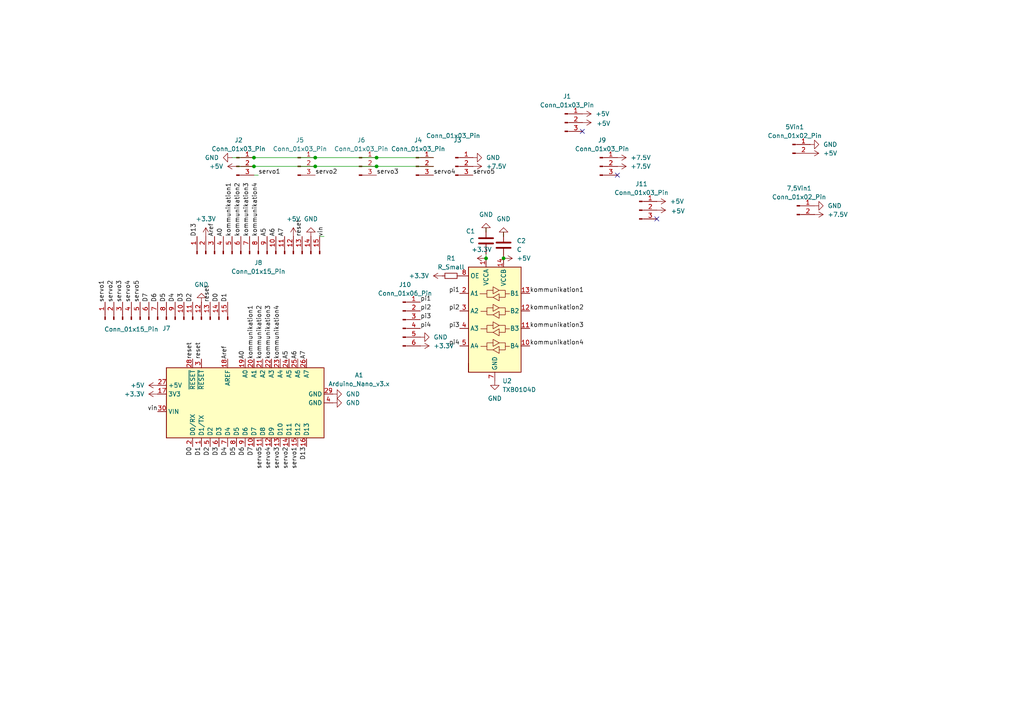
<source format=kicad_sch>
(kicad_sch (version 20231120) (generator "eeschema") (generator_version "8.0")
  (paper "A4")
  (lib_symbols
    (symbol "Connector:Conn_01x02_Pin" (pin_names (offset 1.016) hide)
      (property "Reference" "J" (at 0 2.54 0))
      (property "Value" "Conn_01x02_Pin" (at 0 -5.08 0))
      (symbol "Conn_01x02_Pin_1_1"
        (polyline (pts (xy 1.27 -2.54) (xy 0.8636 -2.54)) (stroke (width 0.1524)))
        (polyline (pts (xy 1.27 0) (xy 0.8636 0)) (stroke (width 0.1524)))
        (rectangle (start 0.8636 -2.413) (end 0 -2.667) (stroke (width 0.1524)) (fill (type outline)))
        (rectangle (start 0.8636 0.127) (end 0 -0.127) (stroke (width 0.1524)) (fill (type outline)))
        (pin passive line (at 5.08 0 180) (length 3.81) (name "Pin_1") (number "1"))
        (pin passive line (at 5.08 -2.54 180) (length 3.81) (name "Pin_2") (number "2"))
      )
    )
    (symbol "Connector:Conn_01x03_Pin" (pin_names (offset 1.016) hide)
      (property "Reference" "J" (at 0 5.08 0))
      (property "Value" "Conn_01x03_Pin" (at 0 -5.08 0))
      (symbol "Conn_01x03_Pin_1_1"
        (polyline (pts (xy 1.27 -2.54) (xy 0.8636 -2.54)) (stroke (width 0.1524)))
        (polyline (pts (xy 1.27 0) (xy 0.8636 0)) (stroke (width 0.1524)))
        (polyline (pts (xy 1.27 2.54) (xy 0.8636 2.54)) (stroke (width 0.1524)))
        (rectangle (start 0.8636 -2.413) (end 0 -2.667) (stroke (width 0.1524)) (fill (type outline)))
        (rectangle (start 0.8636 0.127) (end 0 -0.127) (stroke (width 0.1524)) (fill (type outline)))
        (rectangle (start 0.8636 2.667) (end 0 2.413) (stroke (width 0.1524)) (fill (type outline)))
        (pin passive line (at 5.08 2.54 180) (length 3.81) (name "Pin_1") (number "1"))
        (pin passive line (at 5.08 0 180) (length 3.81) (name "Pin_2") (number "2"))
        (pin passive line (at 5.08 -2.54 180) (length 3.81) (name "Pin_3") (number "3"))
      )
    )
    (symbol "Connector:Conn_01x06_Pin" (pin_names (offset 1.016) hide)
      (property "Reference" "J" (at 0 7.62 0))
      (property "Value" "Conn_01x06_Pin" (at 0 -10.16 0))
      (symbol "Conn_01x06_Pin_1_1"
        (polyline (pts (xy 1.27 -7.62) (xy 0.8636 -7.62)) (stroke (width 0.1524)))
        (polyline (pts (xy 1.27 -5.08) (xy 0.8636 -5.08)) (stroke (width 0.1524)))
        (polyline (pts (xy 1.27 -2.54) (xy 0.8636 -2.54)) (stroke (width 0.1524)))
        (polyline (pts (xy 1.27 0) (xy 0.8636 0)) (stroke (width 0.1524)))
        (polyline (pts (xy 1.27 2.54) (xy 0.8636 2.54)) (stroke (width 0.1524)))
        (polyline (pts (xy 1.27 5.08) (xy 0.8636 5.08)) (stroke (width 0.1524)))
        (rectangle (start 0.8636 -7.493) (end 0 -7.747) (stroke (width 0.1524)) (fill (type outline)))
        (rectangle (start 0.8636 -4.953) (end 0 -5.207) (stroke (width 0.1524)) (fill (type outline)))
        (rectangle (start 0.8636 -2.413) (end 0 -2.667) (stroke (width 0.1524)) (fill (type outline)))
        (rectangle (start 0.8636 0.127) (end 0 -0.127) (stroke (width 0.1524)) (fill (type outline)))
        (rectangle (start 0.8636 2.667) (end 0 2.413) (stroke (width 0.1524)) (fill (type outline)))
        (rectangle (start 0.8636 5.207) (end 0 4.953) (stroke (width 0.1524)) (fill (type outline)))
        (pin passive line (at 5.08 5.08 180) (length 3.81) (name "Pin_1") (number "1"))
        (pin passive line (at 5.08 2.54 180) (length 3.81) (name "Pin_2") (number "2"))
        (pin passive line (at 5.08 0 180) (length 3.81) (name "Pin_3") (number "3"))
        (pin passive line (at 5.08 -2.54 180) (length 3.81) (name "Pin_4") (number "4"))
        (pin passive line (at 5.08 -5.08 180) (length 3.81) (name "Pin_5") (number "5"))
        (pin passive line (at 5.08 -7.62 180) (length 3.81) (name "Pin_6") (number "6"))
      )
    )
    (symbol "Connector:Conn_01x15_Pin" (pin_names (offset 1.016) hide)
      (property "Reference" "J" (at 0 20.32 0))
      (property "Value" "Conn_01x15_Pin" (at 0 -20.32 0))
      (symbol "Conn_01x15_Pin_1_1"
        (polyline (pts (xy 1.27 -17.78) (xy 0.8636 -17.78)) (stroke (width 0.1524)))
        (polyline (pts (xy 1.27 -15.24) (xy 0.8636 -15.24)) (stroke (width 0.1524)))
        (polyline (pts (xy 1.27 -12.7) (xy 0.8636 -12.7)) (stroke (width 0.1524)))
        (polyline (pts (xy 1.27 -10.16) (xy 0.8636 -10.16)) (stroke (width 0.1524)))
        (polyline (pts (xy 1.27 -7.62) (xy 0.8636 -7.62)) (stroke (width 0.1524)))
        (polyline (pts (xy 1.27 -5.08) (xy 0.8636 -5.08)) (stroke (width 0.1524)))
        (polyline (pts (xy 1.27 -2.54) (xy 0.8636 -2.54)) (stroke (width 0.1524)))
        (polyline (pts (xy 1.27 0) (xy 0.8636 0)) (stroke (width 0.1524)))
        (polyline (pts (xy 1.27 2.54) (xy 0.8636 2.54)) (stroke (width 0.1524)))
        (polyline (pts (xy 1.27 5.08) (xy 0.8636 5.08)) (stroke (width 0.1524)))
        (polyline (pts (xy 1.27 7.62) (xy 0.8636 7.62)) (stroke (width 0.1524)))
        (polyline (pts (xy 1.27 10.16) (xy 0.8636 10.16)) (stroke (width 0.1524)))
        (polyline (pts (xy 1.27 12.7) (xy 0.8636 12.7)) (stroke (width 0.1524)))
        (polyline (pts (xy 1.27 15.24) (xy 0.8636 15.24)) (stroke (width 0.1524)))
        (polyline (pts (xy 1.27 17.78) (xy 0.8636 17.78)) (stroke (width 0.1524)))
        (rectangle (start 0.8636 -17.653) (end 0 -17.907) (stroke (width 0.1524)) (fill (type outline)))
        (rectangle (start 0.8636 -15.113) (end 0 -15.367) (stroke (width 0.1524)) (fill (type outline)))
        (rectangle (start 0.8636 -12.573) (end 0 -12.827) (stroke (width 0.1524)) (fill (type outline)))
        (rectangle (start 0.8636 -10.033) (end 0 -10.287) (stroke (width 0.1524)) (fill (type outline)))
        (rectangle (start 0.8636 -7.493) (end 0 -7.747) (stroke (width 0.1524)) (fill (type outline)))
        (rectangle (start 0.8636 -4.953) (end 0 -5.207) (stroke (width 0.1524)) (fill (type outline)))
        (rectangle (start 0.8636 -2.413) (end 0 -2.667) (stroke (width 0.1524)) (fill (type outline)))
        (rectangle (start 0.8636 0.127) (end 0 -0.127) (stroke (width 0.1524)) (fill (type outline)))
        (rectangle (start 0.8636 2.667) (end 0 2.413) (stroke (width 0.1524)) (fill (type outline)))
        (rectangle (start 0.8636 5.207) (end 0 4.953) (stroke (width 0.1524)) (fill (type outline)))
        (rectangle (start 0.8636 7.747) (end 0 7.493) (stroke (width 0.1524)) (fill (type outline)))
        (rectangle (start 0.8636 10.287) (end 0 10.033) (stroke (width 0.1524)) (fill (type outline)))
        (rectangle (start 0.8636 12.827) (end 0 12.573) (stroke (width 0.1524)) (fill (type outline)))
        (rectangle (start 0.8636 15.367) (end 0 15.113) (stroke (width 0.1524)) (fill (type outline)))
        (rectangle (start 0.8636 17.907) (end 0 17.653) (stroke (width 0.1524)) (fill (type outline)))
        (pin passive line (at 5.08 17.78 180) (length 3.81) (name "Pin_1") (number "1"))
        (pin passive line (at 5.08 -5.08 180) (length 3.81) (name "Pin_10") (number "10"))
        (pin passive line (at 5.08 -7.62 180) (length 3.81) (name "Pin_11") (number "11"))
        (pin passive line (at 5.08 -10.16 180) (length 3.81) (name "Pin_12") (number "12"))
        (pin passive line (at 5.08 -12.7 180) (length 3.81) (name "Pin_13") (number "13"))
        (pin passive line (at 5.08 -15.24 180) (length 3.81) (name "Pin_14") (number "14"))
        (pin passive line (at 5.08 -17.78 180) (length 3.81) (name "Pin_15") (number "15"))
        (pin passive line (at 5.08 15.24 180) (length 3.81) (name "Pin_2") (number "2"))
        (pin passive line (at 5.08 12.7 180) (length 3.81) (name "Pin_3") (number "3"))
        (pin passive line (at 5.08 10.16 180) (length 3.81) (name "Pin_4") (number "4"))
        (pin passive line (at 5.08 7.62 180) (length 3.81) (name "Pin_5") (number "5"))
        (pin passive line (at 5.08 5.08 180) (length 3.81) (name "Pin_6") (number "6"))
        (pin passive line (at 5.08 2.54 180) (length 3.81) (name "Pin_7") (number "7"))
        (pin passive line (at 5.08 0 180) (length 3.81) (name "Pin_8") (number "8"))
        (pin passive line (at 5.08 -2.54 180) (length 3.81) (name "Pin_9") (number "9"))
      )
    )
    (symbol "Device:C" (pin_numbers hide) (pin_names (offset 0.254))
      (property "Reference" "C" (at 0.635 2.54 0))
      (property "Value" "C" (at 0.635 -2.54 0))
      (symbol "C_0_1"
        (polyline (pts (xy -2.032 -0.762) (xy 2.032 -0.762)) (stroke (width 0.508)))
        (polyline (pts (xy -2.032 0.762) (xy 2.032 0.762)) (stroke (width 0.508)))
      )
      (symbol "C_1_1"
        (pin passive line (at 0 3.81 270) (length 2.794) (name "~") (number "1"))
        (pin passive line (at 0 -3.81 90) (length 2.794) (name "~") (number "2"))
      )
    )
    (symbol "Device:R_Small" (pin_numbers hide) (pin_names (offset 0.254) hide)
      (property "Reference" "R" (at 0.762 0.508 0))
      (property "Value" "R_Small" (at 0.762 -1.016 0))
      (symbol "R_Small_0_1"
        (rectangle (start -0.762 1.778) (end 0.762 -1.778) (stroke (width 0.2032)))
      )
      (symbol "R_Small_1_1"
        (pin passive line (at 0 2.54 270) (length 0.762) (name "~") (number "1"))
        (pin passive line (at 0 -2.54 90) (length 0.762) (name "~") (number "2"))
      )
    )
    (symbol "Logic_LevelTranslator:TXB0104D"
      (property "Reference" "U" (at -6.35 16.51 0))
      (property "Value" "TXB0104D" (at 3.81 16.51 0))
      (symbol "TXB0104D_0_1"
        (rectangle (start -7.62 -15.24) (end -7.62 -12.7) (stroke (width 0.254)))
        (rectangle (start -7.62 15.24) (end 7.62 -15.24) (stroke (width 0.254)) (fill (type background)))
        (polyline (pts (xy -2.286 -7.747) (xy -2.286 -6.731) (xy -0.508 -6.731)))
        (polyline (pts (xy -2.286 -2.667) (xy -2.286 -1.651) (xy -0.508 -1.651)))
        (polyline (pts (xy -2.286 2.413) (xy -2.286 3.429) (xy -0.508 3.429)))
        (polyline (pts (xy -2.286 7.493) (xy -2.286 8.509) (xy -0.508 8.509)))
        (polyline (pts (xy 3.048 -7.747) (xy 3.048 -8.763) (xy 1.27 -8.763)))
        (polyline (pts (xy 3.048 -2.667) (xy 3.048 -3.683) (xy 1.27 -3.683)))
        (polyline (pts (xy 3.048 2.413) (xy 3.048 1.397) (xy 1.27 1.397)))
        (polyline (pts (xy 3.048 7.493) (xy 3.048 6.477) (xy 1.27 6.477)))
        (polyline (pts (xy -0.508 -8.763) (xy -2.286 -8.763) (xy -2.286 -7.747) (xy -4.064 -7.747)))
        (polyline (pts (xy -0.508 -8.763) (xy 1.27 -7.747) (xy 1.27 -9.779) (xy -0.508 -8.763)))
        (polyline (pts (xy -0.508 -3.683) (xy -2.286 -3.683) (xy -2.286 -2.667) (xy -4.064 -2.667)))
        (polyline (pts (xy -0.508 -3.683) (xy 1.27 -2.667) (xy 1.27 -4.699) (xy -0.508 -3.683)))
        (polyline (pts (xy -0.508 1.397) (xy -2.286 1.397) (xy -2.286 2.413) (xy -4.064 2.413)))
        (polyline (pts (xy -0.508 1.397) (xy 1.27 2.413) (xy 1.27 0.381) (xy -0.508 1.397)))
        (polyline (pts (xy -0.508 6.477) (xy -2.286 6.477) (xy -2.286 7.493) (xy -4.318 7.493)))
        (polyline (pts (xy -0.508 6.477) (xy 1.27 7.493) (xy 1.27 5.461) (xy -0.508 6.477)))
        (polyline (pts (xy 1.27 -6.731) (xy -0.508 -7.747) (xy -0.508 -5.715) (xy 1.27 -6.731)))
        (polyline (pts (xy 1.27 -6.731) (xy 3.048 -6.731) (xy 3.048 -7.747) (xy 4.318 -7.747)))
        (polyline (pts (xy 1.27 -1.651) (xy -0.508 -2.667) (xy -0.508 -0.635) (xy 1.27 -1.651)))
        (polyline (pts (xy 1.27 -1.651) (xy 3.048 -1.651) (xy 3.048 -2.667) (xy 4.318 -2.667)))
        (polyline (pts (xy 1.27 3.429) (xy -0.508 2.413) (xy -0.508 4.445) (xy 1.27 3.429)))
        (polyline (pts (xy 1.27 3.429) (xy 3.048 3.429) (xy 3.048 2.413) (xy 4.318 2.413)))
        (polyline (pts (xy 1.27 8.509) (xy -0.508 7.493) (xy -0.508 9.525) (xy 1.27 8.509)))
        (polyline (pts (xy 1.27 8.509) (xy 3.048 8.509) (xy 3.048 7.493) (xy 4.318 7.493)))
      )
      (symbol "TXB0104D_1_1"
        (pin power_in line (at -2.54 17.78 270) (length 2.54) (name "VCCA") (number "1"))
        (pin bidirectional line (at 10.16 -7.62 180) (length 2.54) (name "B4") (number "10"))
        (pin bidirectional line (at 10.16 -2.54 180) (length 2.54) (name "B3") (number "11"))
        (pin bidirectional line (at 10.16 2.54 180) (length 2.54) (name "B2") (number "12"))
        (pin bidirectional line (at 10.16 7.62 180) (length 2.54) (name "B1") (number "13"))
        (pin power_in line (at 2.54 17.78 270) (length 2.54) (name "VCCB") (number "14"))
        (pin bidirectional line (at -10.16 7.62 0) (length 2.54) (name "A1") (number "2"))
        (pin bidirectional line (at -10.16 2.54 0) (length 2.54) (name "A2") (number "3"))
        (pin bidirectional line (at -10.16 -2.54 0) (length 2.54) (name "A3") (number "4"))
        (pin bidirectional line (at -10.16 -7.62 0) (length 2.54) (name "A4") (number "5"))
        (pin no_connect line (at -7.62 -12.7 0) (length 2.54) hide (name "NC") (number "6"))
        (pin power_in line (at 0 -17.78 90) (length 2.54) (name "GND") (number "7"))
        (pin input line (at -10.16 12.7 0) (length 2.54) (name "OE") (number "8"))
        (pin no_connect line (at 7.62 -12.7 180) (length 2.54) hide (name "NC") (number "9"))
      )
    )
    (symbol "MCU_Module:Arduino_Nano_v3.x"
      (property "Reference" "A" (at -10.16 23.495 0))
      (property "Value" "Arduino_Nano_v3.x" (at 5.08 -24.13 0))
      (symbol "Arduino_Nano_v3.x_0_1"
        (rectangle (start -10.16 22.86) (end 10.16 -22.86) (stroke (width 0.254)) (fill (type background)))
      )
      (symbol "Arduino_Nano_v3.x_1_1"
        (pin bidirectional line (at -12.7 12.7 0) (length 2.54) (name "D1/TX") (number "1"))
        (pin bidirectional line (at -12.7 -2.54 0) (length 2.54) (name "D7") (number "10"))
        (pin bidirectional line (at -12.7 -5.08 0) (length 2.54) (name "D8") (number "11"))
        (pin bidirectional line (at -12.7 -7.62 0) (length 2.54) (name "D9") (number "12"))
        (pin bidirectional line (at -12.7 -10.16 0) (length 2.54) (name "D10") (number "13"))
        (pin bidirectional line (at -12.7 -12.7 0) (length 2.54) (name "D11") (number "14"))
        (pin bidirectional line (at -12.7 -15.24 0) (length 2.54) (name "D12") (number "15"))
        (pin bidirectional line (at -12.7 -17.78 0) (length 2.54) (name "D13") (number "16"))
        (pin power_out line (at 2.54 25.4 270) (length 2.54) (name "3V3") (number "17"))
        (pin input line (at 12.7 5.08 180) (length 2.54) (name "AREF") (number "18"))
        (pin bidirectional line (at 12.7 0 180) (length 2.54) (name "A0") (number "19"))
        (pin bidirectional line (at -12.7 15.24 0) (length 2.54) (name "D0/RX") (number "2"))
        (pin bidirectional line (at 12.7 -2.54 180) (length 2.54) (name "A1") (number "20"))
        (pin bidirectional line (at 12.7 -5.08 180) (length 2.54) (name "A2") (number "21"))
        (pin bidirectional line (at 12.7 -7.62 180) (length 2.54) (name "A3") (number "22"))
        (pin bidirectional line (at 12.7 -10.16 180) (length 2.54) (name "A4") (number "23"))
        (pin bidirectional line (at 12.7 -12.7 180) (length 2.54) (name "A5") (number "24"))
        (pin bidirectional line (at 12.7 -15.24 180) (length 2.54) (name "A6") (number "25"))
        (pin bidirectional line (at 12.7 -17.78 180) (length 2.54) (name "A7") (number "26"))
        (pin power_out line (at 5.08 25.4 270) (length 2.54) (name "+5V") (number "27"))
        (pin input line (at 12.7 15.24 180) (length 2.54) (name "~{RESET}") (number "28"))
        (pin power_in line (at 2.54 -25.4 90) (length 2.54) (name "GND") (number "29"))
        (pin input line (at 12.7 12.7 180) (length 2.54) (name "~{RESET}") (number "3"))
        (pin power_in line (at -2.54 25.4 270) (length 2.54) (name "VIN") (number "30"))
        (pin power_in line (at 0 -25.4 90) (length 2.54) (name "GND") (number "4"))
        (pin bidirectional line (at -12.7 10.16 0) (length 2.54) (name "D2") (number "5"))
        (pin bidirectional line (at -12.7 7.62 0) (length 2.54) (name "D3") (number "6"))
        (pin bidirectional line (at -12.7 5.08 0) (length 2.54) (name "D4") (number "7"))
        (pin bidirectional line (at -12.7 2.54 0) (length 2.54) (name "D5") (number "8"))
        (pin bidirectional line (at -12.7 0 0) (length 2.54) (name "D6") (number "9"))
      )
    )
    (symbol "power:+3.3V" (power) (pin_numbers hide) (pin_names (offset 0) hide)
      (property "Value" "+3.3V" (at 0 3.556 0))
      (symbol "+3.3V_0_1"
        (polyline (pts (xy -0.762 1.27) (xy 0 2.54)))
        (polyline (pts (xy 0 0) (xy 0 2.54)))
        (polyline (pts (xy 0 2.54) (xy 0.762 1.27)))
      )
      (symbol "+3.3V_1_1"
        (pin power_in line (at 0 0 90) (length 0) (name "~") (number "1"))
      )
    )
    (symbol "power:+5V" (power) (pin_numbers hide) (pin_names (offset 0) hide)
      (property "Value" "+5V" (at 0 3.556 0))
      (symbol "+5V_0_1"
        (polyline (pts (xy -0.762 1.27) (xy 0 2.54)))
        (polyline (pts (xy 0 0) (xy 0 2.54)))
        (polyline (pts (xy 0 2.54) (xy 0.762 1.27)))
      )
      (symbol "+5V_1_1"
        (pin power_in line (at 0 0 90) (length 0) (name "~") (number "1"))
      )
    )
    (symbol "power:+7.5V" (power) (pin_numbers hide) (pin_names (offset 0) hide)
      (property "Value" "+7.5V" (at 0 3.556 0))
      (symbol "+7.5V_0_1"
        (polyline (pts (xy -0.762 1.27) (xy 0 2.54)))
        (polyline (pts (xy 0 0) (xy 0 2.54)))
        (polyline (pts (xy 0 2.54) (xy 0.762 1.27)))
      )
      (symbol "+7.5V_1_1"
        (pin power_in line (at 0 0 90) (length 0) (name "~") (number "1"))
      )
    )
    (symbol "power:GND" (power) (pin_numbers hide) (pin_names (offset 0) hide)
      (property "Value" "GND" (at 0 -3.81 0))
      (symbol "GND_0_1"
        (polyline (pts (xy 0 0) (xy 0 -1.27) (xy 1.27 -1.27) (xy 0 -2.54) (xy -1.27 -1.27) (xy 0 -1.27)))
      )
      (symbol "GND_1_1"
        (pin power_in line (at 0 0 270) (length 0) (name "~") (number "1"))
      )
    )
  )
  (junction (at 109.22 45.72))
  (junction (at 73.66 45.72))
  (junction (at 140.97 74.93))
  (junction (at 73.66 48.26))
  (junction (at 109.22 48.26))
  (junction (at 146.05 74.93))
  (junction (at 91.44 48.26))
  (junction (at 91.44 45.72))
  (no_connect (at 168.91 38.1))
  (no_connect (at 190.5 63.5))
  (no_connect (at 179.07 50.8))
  (wire (pts (xy 67.31 45.72) (xy 73.66 45.72)))
  (wire (pts (xy 146.05 67.31) (xy 146.05 68.58)))
  (wire (pts (xy 140.97 73.66) (xy 140.97 74.93)))
  (wire (pts (xy 91.44 48.26) (xy 109.22 48.26)))
  (wire (pts (xy 140.97 66.04) (xy 140.97 67.31)))
  (wire (pts (xy 68.58 48.26) (xy 73.66 48.26)))
  (wire (pts (xy 93.98 68.58) (xy 92.71 68.58)))
  (wire (pts (xy 73.66 45.72) (xy 91.44 45.72)))
  (wire (pts (xy 91.44 45.72) (xy 109.22 45.72)))
  (wire (pts (xy 109.22 48.26) (xy 125.73 48.26)))
  (wire (pts (xy 109.22 45.72) (xy 125.73 45.72)))
  (wire (pts (xy 73.66 48.26) (xy 91.44 48.26)))
  (wire (pts (xy 73.66 50.8) (xy 74.93 50.8)))
  (label "A6" (at 86.36 104.14 90))
  (label "pi4" (at 133.35 100.33 180))
  (label "kommunikation1" (at 153.67 85.09 0))
  (label "kommunikation4" (at 74.93 68.58 90))
  (label "D3" (at 63.5 129.54 270))
  (label "servo5" (at 40.64 87.63 90))
  (label "D3" (at 53.34 87.63 90))
  (label "D0" (at 55.88 129.54 270))
  (label "Aref" (at 66.04 104.14 90))
  (label "A5" (at 77.47 68.58 90))
  (label "Aref" (at 62.23 68.58 90))
  (label "kommunikation3" (at 72.39 68.58 90))
  (label "pi3" (at 121.92 92.71 0))
  (label "kommunikation2" (at 153.67 90.17 0))
  (label "kommunikation2" (at 69.85 68.58 90))
  (label "D1" (at 66.04 87.63 90))
  (label "D0" (at 63.5 87.63 90))
  (label "reset" (at 55.88 104.14 90))
  (label "servo4" (at 38.1 87.63 90))
  (label "kommunikation4" (at 153.67 100.33 0))
  (label "reset" (at 58.42 104.14 90))
  (label "servo4" (at 78.74 129.54 270))
  (label "D2" (at 60.96 129.54 270))
  (label "servo1" (at 30.48 87.63 90))
  (label "pi1" (at 121.92 87.63 0))
  (label "kommunikation1" (at 73.66 104.14 90))
  (label "A6" (at 80.01 68.58 90))
  (label "servo2" (at 33.02 87.63 90))
  (label "servo3" (at 35.56 87.63 90))
  (label "pi4" (at 121.92 95.25 0))
  (label "servo1" (at 74.93 50.8 0))
  (label "D7" (at 43.18 87.63 90))
  (label "servo2" (at 83.82 129.54 270))
  (label "D13" (at 57.15 68.58 90))
  (label "servo1" (at 86.36 129.54 270))
  (label "kommunikation3" (at 78.74 104.14 90))
  (label "A7" (at 88.9 104.14 90))
  (label "kommunikation1" (at 67.31 68.58 90))
  (label "D6" (at 45.72 87.63 90))
  (label "vin" (at 45.72 119.38 180))
  (label "D5" (at 68.58 129.54 270))
  (label "D5" (at 48.26 87.63 90))
  (label "kommunikation3" (at 153.67 95.25 0))
  (label "A0" (at 71.12 104.14 90))
  (label "D2" (at 55.88 87.63 90))
  (label "D7" (at 73.66 129.54 270))
  (label "kommunikation4" (at 81.28 104.14 90))
  (label "servo5" (at 137.16 50.8 0))
  (label "D1" (at 58.42 129.54 270))
  (label "pi1" (at 133.35 85.09 180))
  (label "servo3" (at 81.28 129.54 270))
  (label "kommunikation2" (at 76.2 104.14 90))
  (label "reset" (at 60.96 87.63 90))
  (label "D6" (at 71.12 129.54 270))
  (label "pi3" (at 133.35 95.25 180))
  (label "A7" (at 82.55 68.58 90))
  (label "servo3" (at 109.22 50.8 0))
  (label "servo2" (at 91.44 50.8 0))
  (label "D13" (at 88.9 129.54 270))
  (label "D4" (at 66.04 129.54 270))
  (label "D4" (at 50.8 87.63 90))
  (label "A5" (at 83.82 104.14 90))
  (label "pi2" (at 133.35 90.17 180))
  (label "servo5" (at 76.2 129.54 270))
  (label "reset" (at 87.63 68.58 90))
  (label "servo4" (at 125.73 50.8 0))
  (label "A0" (at 64.77 68.58 90))
  (label "pi2" (at 121.92 90.17 0))
  (label "vin" (at 93.98 68.58 90))
  (symbol (lib_id "power:+5V") (at 85.09 68.58 0) (unit 1)
    (property "Reference" "#PWR015" (effects (hide yes)))
    (property "Value" "+5V" (at 85.09 63.5 0))
    (property "Description" "Power symbol creates a global label with name \"+5V\"" (effects (hide yes)))
  )
  (symbol (lib_id "power:+5V") (at 168.91 33.02 270) (unit 1)
    (property "Reference" "#PWR032" (effects (hide yes)))
    (property "Value" "+5V" (at 172.72 33.0199 90) (effects (justify left)))
    (property "Description" "Power symbol creates a global label with name \"+5V\"" (effects (hide yes)))
  )
  (symbol (lib_id "Connector:Conn_01x15_Pin") (at 74.93 73.66 90) (unit 1)
    (property "Reference" "J8" (at 74.93 76.2 90))
    (property "Value" "Conn_01x15_Pin" (at 74.93 78.74 90))
    (property "Footprint" "Connector_PinSocket_2.54mm:PinSocket_1x15_P2.54mm_Vertical" (effects (hide yes)))
    (property "Description" "Generic connector, single row, 01x15, script generated" (effects (hide yes)))
  )
  (symbol (lib_id "power:+7.5V") (at 236.22 62.23 270) (unit 1)
    (property "Reference" "#PWR043" (effects (hide yes)))
    (property "Value" "+7.5V" (at 240.03 62.2299 90) (effects (justify left)))
    (property "Description" "Power symbol creates a global label with name \"+7.5V\"" (effects (hide yes)))
  )
  (symbol (lib_id "power:+5V") (at 146.05 74.93 270) (unit 1)
    (property "Reference" "#PWR04" (effects (hide yes)))
    (property "Value" "+5V" (at 149.86 74.9299 90) (effects (justify left)))
    (property "Description" "Power symbol creates a global label with name \"+5V\"" (effects (hide yes)))
  )
  (symbol (lib_id "MCU_Module:Arduino_Nano_v3.x") (at 71.12 116.84 90) (unit 1)
    (property "Reference" "A1" (at 104.14 108.8038 90))
    (property "Value" "Arduino_Nano_v3.x" (at 104.14 111.3438 90))
    (property "Footprint" "Module:Arduino_Nano" (effects (hide yes)))
    (property "Datasheet" "http://www.mouser.com/pdfdocs/Gravitech_Arduino_Nano3_0.pdf" (effects (hide yes)))
    (property "Description" "Arduino Nano v3.x" (effects (hide yes)))
  )
  (symbol (lib_id "power:GND") (at 140.97 67.31 180) (unit 1)
    (property "Reference" "#PWR07" (effects (hide yes)))
    (property "Value" "GND" (at 140.97 62.23 0))
    (property "Description" "Power symbol creates a global label with name \"GND\" , ground" (effects (hide yes)))
  )
  (symbol (lib_id "power:GND") (at 143.51 110.49 0) (unit 1)
    (property "Reference" "#PWR06" (effects (hide yes)))
    (property "Value" "GND" (at 143.51 115.57 0))
    (property "Description" "Power symbol creates a global label with name \"GND\" , ground" (effects (hide yes)))
  )
  (symbol (lib_id "power:GND") (at 96.52 116.84 90) (unit 1)
    (property "Reference" "#PWR03" (effects (hide yes)))
    (property "Value" "GND" (at 100.33 116.8399 90) (effects (justify right)))
    (property "Description" "Power symbol creates a global label with name \"GND\" , ground" (effects (hide yes)))
  )
  (symbol (lib_id "power:+7.5V") (at 179.07 45.72 270) (unit 1)
    (property "Reference" "#PWR033" (effects (hide yes)))
    (property "Value" "+7.5V" (at 182.88 45.7199 90) (effects (justify left)))
    (property "Description" "Power symbol creates a global label with name \"+7.5V\"" (effects (hide yes)))
  )
  (symbol (lib_id "power:GND") (at 90.17 68.58 180) (unit 1)
    (property "Reference" "#PWR01" (effects (hide yes)))
    (property "Value" "GND" (at 90.17 63.5 0))
    (property "Description" "Power symbol creates a global label with name \"GND\" , ground" (effects (hide yes)))
  )
  (symbol (lib_id "Connector:Conn_01x03_Pin") (at 163.83 35.56 0) (unit 1)
    (property "Reference" "J1" (at 164.465 27.94 0))
    (property "Value" "Conn_01x03_Pin" (at 164.465 30.48 0))
    (property "Footprint" "100SP1T1B1M1QEH:SW_100SP1T1B1M1QEH" (effects (hide yes)))
    (property "Description" "Generic connector, single row, 01x03, script generated" (effects (hide yes)))
  )
  (symbol (lib_id "Connector:Conn_01x02_Pin") (at 229.87 41.91 0) (unit 1)
    (property "Reference" "5Vin1" (at 230.505 36.83 0))
    (property "Value" "Conn_01x02_Pin" (at 230.505 39.37 0))
    (property "Footprint" "Connector_Molex:Molex_Micro-Fit_3.0_43650-0215_1x02_P3.00mm_Vertical" (effects (hide yes)))
    (property "Description" "Generic connector, single row, 01x02, script generated" (effects (hide yes)))
  )
  (symbol (lib_id "Device:R_Small") (at 130.81 80.01 90) (unit 1)
    (property "Reference" "R1" (at 130.81 74.93 90))
    (property "Value" "R_Small" (at 130.81 77.47 90))
    (property "Footprint" "Resistor_SMD:R_0805_2012Metric_Pad1.20x1.40mm_HandSolder" (effects (hide yes)))
    (property "Description" "Resistor, small symbol" (effects (hide yes)))
  )
  (symbol (lib_id "power:+5V") (at 234.95 44.45 270) (unit 1)
    (property "Reference" "#PWR041" (effects (hide yes)))
    (property "Value" "+5V" (at 238.76 44.4499 90) (effects (justify left)))
    (property "Description" "Power symbol creates a global label with name \"+5V\"" (effects (hide yes)))
  )
  (symbol (lib_id "Connector:Conn_01x03_Pin") (at 120.65 48.26 0) (unit 1)
    (property "Reference" "J4" (at 121.285 40.64 0))
    (property "Value" "Conn_01x03_Pin" (at 121.285 43.18 0))
    (property "Footprint" "Connector_JST:JST_PH_B3B-PH-K_1x03_P2.00mm_Vertical" (effects (hide yes)))
    (property "Description" "Generic connector, single row, 01x03, script generated" (effects (hide yes)))
  )
  (symbol (lib_id "Device:C") (at 140.97 69.85 0) (unit 1)
    (property "Reference" "C1" (at 135.128 67.056 0) (effects (justify left)))
    (property "Value" "C" (at 136.144 69.85 0) (effects (justify left)))
    (property "Footprint" "Capacitor_SMD:C_0805_2012Metric_Pad1.18x1.45mm_HandSolder" (effects (hide yes)))
    (property "Description" "Unpolarized capacitor" (effects (hide yes)))
  )
  (symbol (lib_id "power:GND") (at 96.52 114.3 90) (unit 1)
    (property "Reference" "#PWR014" (effects (hide yes)))
    (property "Value" "GND" (at 100.33 114.2999 90) (effects (justify right)))
    (property "Description" "Power symbol creates a global label with name \"GND\" , ground" (effects (hide yes)))
  )
  (symbol (lib_id "power:GND") (at 146.05 68.58 180) (unit 1)
    (property "Reference" "#PWR08" (effects (hide yes)))
    (property "Value" "GND" (at 146.05 63.5 0))
    (property "Description" "Power symbol creates a global label with name \"GND\" , ground" (effects (hide yes)))
  )
  (symbol (lib_id "power:+3.3V") (at 128.27 80.01 90) (unit 1)
    (property "Reference" "#PWR05" (effects (hide yes)))
    (property "Value" "+3.3V" (at 124.46 80.0099 90) (effects (justify left)))
    (property "Description" "Power symbol creates a global label with name \"+3.3V\"" (effects (hide yes)))
  )
  (symbol (lib_id "power:GND") (at 67.31 45.72 270) (unit 1)
    (property "Reference" "#PWR026" (effects (hide yes)))
    (property "Value" "GND" (at 63.5 45.7199 90) (effects (justify right)))
    (property "Description" "Power symbol creates a global label with name \"GND\" , ground" (effects (hide yes)))
  )
  (symbol (lib_id "power:+5V") (at 168.91 35.56 270) (unit 1)
    (property "Reference" "#PWR035" (effects (hide yes)))
    (property "Value" "+5V" (at 172.974 35.814 90) (effects (justify left)))
    (property "Description" "Power symbol creates a global label with name \"+5V\"" (effects (hide yes)))
  )
  (symbol (lib_id "power:+3.3V") (at 121.92 100.33 270) (unit 1)
    (property "Reference" "#PWR012" (effects (hide yes)))
    (property "Value" "+3.3V" (at 125.73 100.3299 90) (effects (justify left)))
    (property "Description" "Power symbol creates a global label with name \"+3.3V\"" (effects (hide yes)))
  )
  (symbol (lib_id "Connector:Conn_01x02_Pin") (at 231.14 59.69 0) (unit 1)
    (property "Reference" "7,5Vin1" (at 231.775 54.61 0))
    (property "Value" "Conn_01x02_Pin" (at 231.775 57.15 0))
    (property "Footprint" "Connector_Molex:Molex_Micro-Fit_3.0_43650-0215_1x02_P3.00mm_Vertical" (effects (hide yes)))
    (property "Description" "Generic connector, single row, 01x02, script generated" (effects (hide yes)))
  )
  (symbol (lib_id "power:+5V") (at 190.5 60.96 270) (unit 1)
    (property "Reference" "#PWR019" (effects (hide yes)))
    (property "Value" "+5V" (at 194.564 61.214 90) (effects (justify left)))
    (property "Description" "Power symbol creates a global label with name \"+5V\"" (effects (hide yes)))
  )
  (symbol (lib_id "power:GND") (at 236.22 59.69 90) (unit 1)
    (property "Reference" "#PWR042" (effects (hide yes)))
    (property "Value" "GND" (at 240.03 59.6899 90) (effects (justify right)))
    (property "Description" "Power symbol creates a global label with name \"GND\" , ground" (effects (hide yes)))
  )
  (symbol (lib_id "Connector:Conn_01x03_Pin") (at 173.99 48.26 0) (unit 1)
    (property "Reference" "J9" (at 174.625 40.64 0))
    (property "Value" "Conn_01x03_Pin" (at 174.625 43.18 0))
    (property "Footprint" "100SP1T1B1M1QEH:SW_100SP1T1B1M1QEH" (effects (hide yes)))
    (property "Description" "Generic connector, single row, 01x03, script generated" (effects (hide yes)))
  )
  (symbol (lib_id "Connector:Conn_01x03_Pin") (at 185.42 60.96 0) (unit 1)
    (property "Reference" "J11" (at 186.055 53.34 0))
    (property "Value" "Conn_01x03_Pin" (at 186.055 55.88 0))
    (property "Footprint" "100SP1T1B1M1QEH:SW_100SP1T1B1M1QEH" (effects (hide yes)))
    (property "Description" "Generic connector, single row, 01x03, script generated" (effects (hide yes)))
  )
  (symbol (lib_id "Connector:Conn_01x06_Pin") (at 116.84 92.71 0) (unit 1)
    (property "Reference" "J10" (at 117.475 82.55 0))
    (property "Value" "Conn_01x06_Pin" (at 117.475 85.09 0))
    (property "Footprint" "Connector_JST:JST_PH_B6B-PH-K_1x06_P2.00mm_Vertical" (effects (hide yes)))
    (property "Description" "Generic connector, single row, 01x06, script generated" (effects (hide yes)))
  )
  (symbol (lib_id "power:GND") (at 234.95 41.91 90) (unit 1)
    (property "Reference" "#PWR040" (effects (hide yes)))
    (property "Value" "GND" (at 238.76 41.9099 90) (effects (justify right)))
    (property "Description" "Power symbol creates a global label with name \"GND\" , ground" (effects (hide yes)))
  )
  (symbol (lib_id "power:+5V") (at 190.5 58.42 270) (unit 1)
    (property "Reference" "#PWR018" (effects (hide yes)))
    (property "Value" "+5V" (at 194.31 58.4199 90) (effects (justify left)))
    (property "Description" "Power symbol creates a global label with name \"+5V\"" (effects (hide yes)))
  )
  (symbol (lib_id "Connector:Conn_01x15_Pin") (at 48.26 92.71 90) (unit 1)
    (property "Reference" "J7" (at 48.26 95.25 90))
    (property "Value" "Conn_01x15_Pin" (at 38.1 95.504 90))
    (property "Footprint" "Connector_PinSocket_2.54mm:PinSocket_1x15_P2.54mm_Vertical" (effects (hide yes)))
    (property "Description" "Generic connector, single row, 01x15, script generated" (effects (hide yes)))
  )
  (symbol (lib_id "power:GND") (at 121.92 97.79 90) (unit 1)
    (property "Reference" "#PWR038" (effects (hide yes)))
    (property "Value" "GND" (at 125.73 97.7899 90) (effects (justify right)))
    (property "Description" "Power symbol creates a global label with name \"GND\" , ground" (effects (hide yes)))
  )
  (symbol (lib_id "power:+3.3V") (at 59.69 68.58 0) (unit 1)
    (property "Reference" "#PWR013" (effects (hide yes)))
    (property "Value" "+3.3V" (at 59.69 63.5 0))
    (property "Description" "Power symbol creates a global label with name \"+3.3V\"" (effects (hide yes)))
  )
  (symbol (lib_id "Connector:Conn_01x03_Pin") (at 132.08 48.26 0) (unit 1)
    (property "Reference" "J3" (at 132.715 40.64 0))
    (property "Value" "Conn_01x03_Pin" (at 131.445 39.37 0))
    (property "Footprint" "Connector_JST:JST_PH_B3B-PH-K_1x03_P2.00mm_Vertical" (effects (hide yes)))
    (property "Description" "Generic connector, single row, 01x03, script generated" (effects (hide yes)))
  )
  (symbol (lib_id "Connector:Conn_01x03_Pin") (at 104.14 48.26 0) (unit 1)
    (property "Reference" "J6" (at 104.775 40.64 0))
    (property "Value" "Conn_01x03_Pin" (at 104.775 43.18 0))
    (property "Footprint" "Connector_JST:JST_PH_B3B-PH-K_1x03_P2.00mm_Vertical" (effects (hide yes)))
    (property "Description" "Generic connector, single row, 01x03, script generated" (effects (hide yes)))
  )
  (symbol (lib_id "Device:C") (at 146.05 71.12 0) (unit 1)
    (property "Reference" "C2" (at 149.86 69.8499 0) (effects (justify left)))
    (property "Value" "C" (at 149.86 72.3899 0) (effects (justify left)))
    (property "Footprint" "Capacitor_SMD:C_0805_2012Metric_Pad1.18x1.45mm_HandSolder" (effects (hide yes)))
    (property "Description" "Unpolarized capacitor" (effects (hide yes)))
  )
  (symbol (lib_id "power:+5V") (at 68.58 48.26 90) (unit 1)
    (property "Reference" "#PWR025" (effects (hide yes)))
    (property "Value" "+5V" (at 64.77 48.2599 90) (effects (justify left)))
    (property "Description" "Power symbol creates a global label with name \"+5V\"" (effects (hide yes)))
  )
  (symbol (lib_id "power:+5V") (at 45.72 111.76 90) (unit 1)
    (property "Reference" "#PWR011" (effects (hide yes)))
    (property "Value" "+5V" (at 41.91 111.7599 90) (effects (justify left)))
    (property "Description" "Power symbol creates a global label with name \"+5V\"" (effects (hide yes)))
  )
  (symbol (lib_id "power:GND") (at 58.42 87.63 180) (unit 1)
    (property "Reference" "#PWR02" (effects (hide yes)))
    (property "Value" "GND" (at 58.42 82.55 0))
    (property "Description" "Power symbol creates a global label with name \"GND\" , ground" (effects (hide yes)))
  )
  (symbol (lib_id "Connector:Conn_01x03_Pin") (at 86.36 48.26 0) (unit 1)
    (property "Reference" "J5" (at 86.995 40.64 0))
    (property "Value" "Conn_01x03_Pin" (at 86.995 43.18 0))
    (property "Footprint" "Connector_JST:JST_PH_B3B-PH-K_1x03_P2.00mm_Vertical" (effects (hide yes)))
    (property "Description" "Generic connector, single row, 01x03, script generated" (effects (hide yes)))
  )
  (symbol (lib_id "power:+3.3V") (at 140.97 74.93 90) (unit 1)
    (property "Reference" "#PWR09" (effects (hide yes)))
    (property "Value" "+3.3V" (at 139.7 72.39 90))
    (property "Description" "Power symbol creates a global label with name \"+3.3V\"" (effects (hide yes)))
  )
  (symbol (lib_id "Logic_LevelTranslator:TXB0104D") (at 143.51 92.71 0) (unit 1)
    (property "Reference" "U2" (at 145.7041 110.49 0) (effects (justify left)))
    (property "Value" "TXB0104D" (at 145.7041 113.03 0) (effects (justify left)))
    (property "Footprint" "TXB0104DR:D14" (effects (hide yes)))
    (property "Datasheet" "http://www.ti.com/lit/ds/symlink/txb0104.pdf" (effects (hide yes)))
    (property "Description" "4-Bit Bidirectional Voltage-Level Translator, Auto Direction Sensing and ±15-kV ESD Protection, 1.2 - 3.6V APort, 1.65 - 5.5V BPort, SOIC-14" (effects (hide yes)))
  )
  (symbol (lib_id "power:+3.3V") (at 45.72 114.3 90) (unit 1)
    (property "Reference" "#PWR010" (effects (hide yes)))
    (property "Value" "+3.3V" (at 41.91 114.2999 90) (effects (justify left)))
    (property "Description" "Power symbol creates a global label with name \"+3.3V\"" (effects (hide yes)))
  )
  (symbol (lib_id "power:+7.5V") (at 179.07 48.26 270) (unit 1)
    (property "Reference" "#PWR034" (effects (hide yes)))
    (property "Value" "+7.5V" (at 182.88 48.2599 90) (effects (justify left)))
    (property "Description" "Power symbol creates a global label with name \"+7.5V\"" (effects (hide yes)))
  )
  (symbol (lib_id "power:+7.5V") (at 137.16 48.26 270) (unit 1)
    (property "Reference" "#PWR027" (effects (hide yes)))
    (property "Value" "+7.5V" (at 140.97 48.2599 90) (effects (justify left)))
    (property "Description" "Power symbol creates a global label with name \"+7.5V\"" (effects (hide yes)))
  )
  (symbol (lib_id "Connector:Conn_01x03_Pin") (at 68.58 48.26 0) (unit 1)
    (property "Reference" "J2" (at 69.215 40.64 0))
    (property "Value" "Conn_01x03_Pin" (at 69.215 43.18 0))
    (property "Footprint" "Connector_JST:JST_PH_B3B-PH-K_1x03_P2.00mm_Vertical" (effects (hide yes)))
    (property "Description" "Generic connector, single row, 01x03, script generated" (effects (hide yes)))
  )
  (symbol (lib_id "power:GND") (at 137.16 45.72 90) (unit 1)
    (property "Reference" "#PWR023" (effects (hide yes)))
    (property "Value" "GND" (at 140.97 45.7199 90) (effects (justify right)))
    (property "Description" "Power symbol creates a global label with name \"GND\" , ground" (effects (hide yes)))
  )
)
</source>
